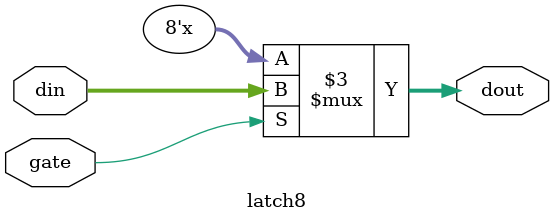
<source format=v>

module latch8(input [7:0] din, input gate, output reg [7:0] dout);

  reg [7:0] state;

  always @(gate or din)
  begin
    if (gate == 1'b1)
    begin
      dout <= din;
    end
  end

endmodule
</source>
